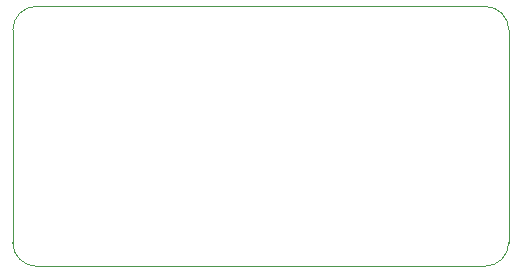
<source format=gbr>
G04 #@! TF.GenerationSoftware,KiCad,Pcbnew,(5.1.4)-1*
G04 #@! TF.CreationDate,2019-11-04T21:22:20-05:00*
G04 #@! TF.ProjectId,ButtonBoard,42757474-6f6e-4426-9f61-72642e6b6963,rev?*
G04 #@! TF.SameCoordinates,Original*
G04 #@! TF.FileFunction,Profile,NP*
%FSLAX46Y46*%
G04 Gerber Fmt 4.6, Leading zero omitted, Abs format (unit mm)*
G04 Created by KiCad (PCBNEW (5.1.4)-1) date 2019-11-04 21:22:20*
%MOMM*%
%LPD*%
G04 APERTURE LIST*
%ADD10C,0.050000*%
G04 APERTURE END LIST*
D10*
X-6000000Y-17000000D02*
G75*
G02X-8000000Y-15000000I0J2000000D01*
G01*
X-8000000Y3000000D02*
G75*
G02X-6000000Y5000000I2000000J0D01*
G01*
X32000000Y5000000D02*
G75*
G02X34000000Y3000000I0J-2000000D01*
G01*
X34000000Y-15000000D02*
G75*
G02X32000000Y-17000000I-2000000J0D01*
G01*
X-8000000Y-15000000D02*
X-8000000Y3000000D01*
X32000000Y-17000000D02*
X-6000000Y-17000000D01*
X34000000Y3000000D02*
X34000000Y-15000000D01*
X-6000000Y5000000D02*
X32000000Y5000000D01*
M02*

</source>
